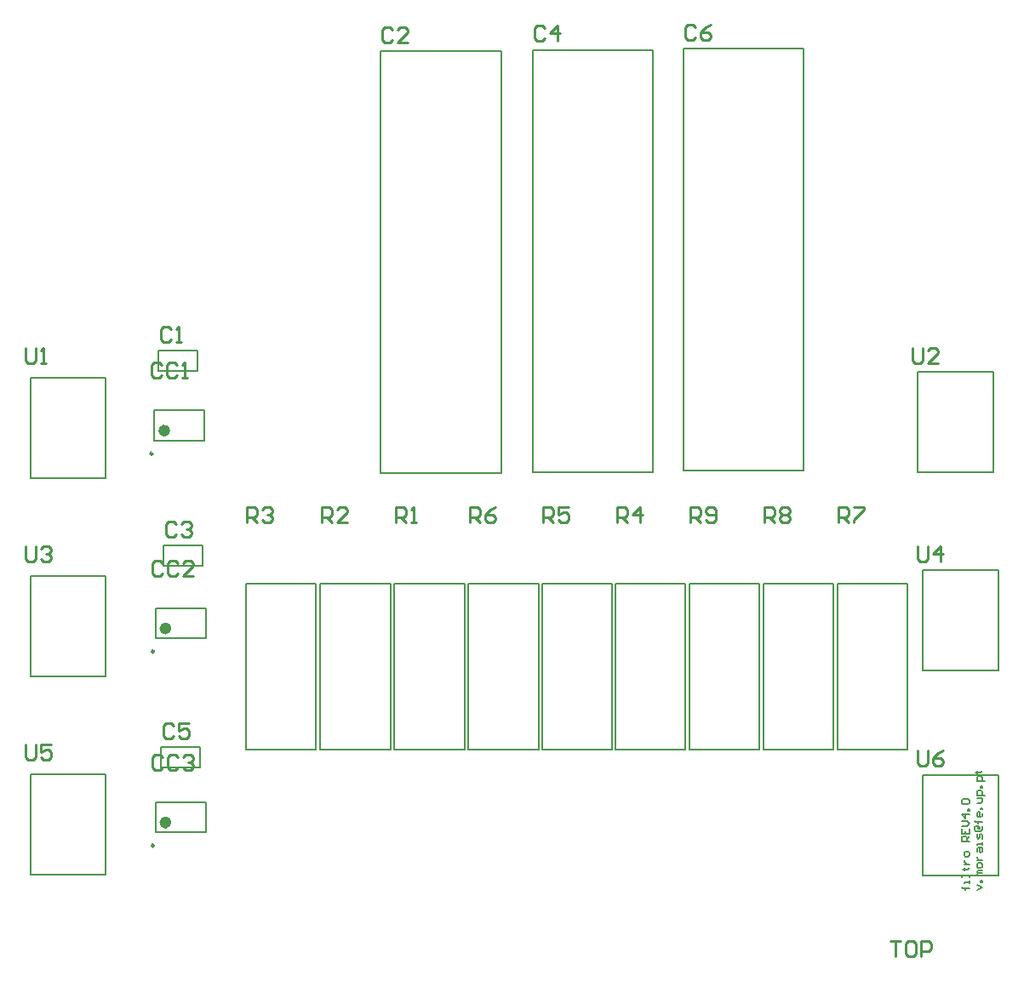
<source format=gbr>
G04 Layer_Color=65535*
%FSLAX26Y26*%
%MOIN*%
%TF.FileFunction,Legend,Top*%
%TF.Part,Single*%
G01*
G75*
%TA.AperFunction,NonConductor*%
%ADD20C,0.007874*%
%ADD21C,0.010000*%
%ADD29C,0.023622*%
%ADD30C,0.009842*%
%ADD31C,0.005000*%
%ADD32C,0.006000*%
D20*
X3477362Y-1872953D02*
Y-1479253D01*
X3772638Y-1872953D02*
Y-1479253D01*
X3477362Y-1872953D02*
X3772638D01*
X3477362Y-1479253D02*
X3772638D01*
X3497362Y-2650453D02*
Y-2256753D01*
X3792638Y-2650453D02*
Y-2256753D01*
X3497362Y-2650453D02*
X3792638D01*
X3497362Y-2256753D02*
X3792638D01*
X3497362Y-3451850D02*
Y-3058150D01*
X3792638Y-3451850D02*
Y-3058150D01*
X3497362Y-3451850D02*
X3792638D01*
X3497362Y-3058150D02*
X3792638D01*
X1120394Y-2959803D02*
Y-2310197D01*
X844803Y-2959803D02*
Y-2310197D01*
Y-2959803D02*
X1120394D01*
X844803Y-2310197D02*
X1120394D01*
X1412795Y-2959803D02*
Y-2310197D01*
X1137205Y-2959803D02*
Y-2310197D01*
Y-2959803D02*
X1412795D01*
X1137205Y-2310197D02*
X1412795D01*
X1702795Y-2959803D02*
Y-2310197D01*
X1427205Y-2959803D02*
Y-2310197D01*
Y-2959803D02*
X1702795D01*
X1427205Y-2310197D02*
X1702795D01*
X1373780Y-1876772D02*
X1846220D01*
X1373780Y-223228D02*
X1846220D01*
Y-1876780D02*
Y-223228D01*
X1373780Y-1876772D02*
Y-223228D01*
X1992795Y-2959803D02*
Y-2310197D01*
X1717205Y-2959803D02*
Y-2310197D01*
Y-2959803D02*
X1992795D01*
X1717205Y-2310197D02*
X1992795D01*
X2280394Y-2959803D02*
Y-2310197D01*
X2004803Y-2959803D02*
Y-2310197D01*
Y-2959803D02*
X2280394D01*
X2004803Y-2310197D02*
X2280394D01*
X2567795Y-2959803D02*
Y-2310197D01*
X2292205Y-2959803D02*
Y-2310197D01*
Y-2959803D02*
X2567795D01*
X2292205Y-2310197D02*
X2567795D01*
X1968780Y-1871772D02*
X2441220D01*
X1968780Y-218228D02*
X2441220D01*
Y-1871780D02*
Y-218228D01*
X1968780Y-1871772D02*
Y-218228D01*
X2857795Y-2959803D02*
Y-2310197D01*
X2582205Y-2959803D02*
Y-2310197D01*
Y-2959803D02*
X2857795D01*
X2582205Y-2310197D02*
X2857795D01*
X3147795Y-2959803D02*
Y-2310197D01*
X2872205Y-2959803D02*
Y-2310197D01*
Y-2959803D02*
X3147795D01*
X2872205Y-2310197D02*
X3147795D01*
X3437795Y-2959803D02*
Y-2310197D01*
X3162205Y-2959803D02*
Y-2310197D01*
Y-2959803D02*
X3437795D01*
X3162205Y-2310197D02*
X3437795D01*
X2558780Y-1866772D02*
X3031220D01*
X2558780Y-213228D02*
X3031220D01*
Y-1866780D02*
Y-213228D01*
X2558780Y-1866772D02*
Y-213228D01*
X683425Y-1749055D02*
Y-1630945D01*
X486575Y-1749055D02*
Y-1630945D01*
X683425D01*
X486575Y-1749055D02*
X683425D01*
X688425Y-2524055D02*
Y-2405945D01*
X491575Y-2524055D02*
Y-2405945D01*
X688425D01*
X491575Y-2524055D02*
X688425D01*
Y-3284291D02*
Y-3166181D01*
X491575Y-3284291D02*
Y-3166181D01*
X688425D01*
X491575Y-3284291D02*
X688425D01*
X297087Y-1895827D02*
Y-1502126D01*
X1811Y-1895827D02*
Y-1502126D01*
X297087D01*
X1811Y-1895827D02*
X297087D01*
Y-2673327D02*
Y-2279626D01*
X1811Y-2673327D02*
Y-2279626D01*
X297087D01*
X1811Y-2673327D02*
X297087D01*
Y-3450827D02*
Y-3057126D01*
X1811Y-3450827D02*
Y-3057126D01*
X297087D01*
X1811Y-3450827D02*
X297087D01*
D21*
X3456953Y-1385146D02*
Y-1435130D01*
X3466950Y-1445127D01*
X3486943D01*
X3496940Y-1435130D01*
Y-1385146D01*
X3556920Y-1445127D02*
X3516933D01*
X3556920Y-1405140D01*
Y-1395143D01*
X3546924Y-1385146D01*
X3526930D01*
X3516933Y-1395143D01*
X3476953Y-2162646D02*
Y-2212630D01*
X3486950Y-2222627D01*
X3506943D01*
X3516940Y-2212630D01*
Y-2162646D01*
X3566924Y-2222627D02*
Y-2162646D01*
X3536933Y-2192636D01*
X3576920D01*
X3476953Y-2964043D02*
Y-3014027D01*
X3486950Y-3024024D01*
X3506943D01*
X3516940Y-3014027D01*
Y-2964043D01*
X3576920D02*
X3556927Y-2974040D01*
X3536933Y-2994033D01*
Y-3014027D01*
X3546930Y-3024024D01*
X3566924D01*
X3576920Y-3014027D01*
Y-3004030D01*
X3566924Y-2994033D01*
X3536933D01*
X850953Y-2069024D02*
Y-2009043D01*
X880943D01*
X890940Y-2019040D01*
Y-2039034D01*
X880943Y-2049030D01*
X850953D01*
X870946D02*
X890940Y-2069024D01*
X910933Y-2019040D02*
X920930Y-2009043D01*
X940924D01*
X950920Y-2019040D01*
Y-2029037D01*
X940924Y-2039034D01*
X930927D01*
X940924D01*
X950920Y-2049030D01*
Y-2059027D01*
X940924Y-2069024D01*
X920930D01*
X910933Y-2059027D01*
X1143354Y-2069024D02*
Y-2009043D01*
X1173344D01*
X1183341Y-2019040D01*
Y-2039034D01*
X1173344Y-2049030D01*
X1143354D01*
X1163348D02*
X1183341Y-2069024D01*
X1243322D02*
X1203335D01*
X1243322Y-2029037D01*
Y-2019040D01*
X1233325Y-2009043D01*
X1213332D01*
X1203335Y-2019040D01*
X1433354Y-2069024D02*
Y-2009043D01*
X1463344D01*
X1473341Y-2019040D01*
Y-2039034D01*
X1463344Y-2049030D01*
X1433354D01*
X1453348D02*
X1473341Y-2069024D01*
X1493335D02*
X1513328D01*
X1503332D01*
Y-2009043D01*
X1493335Y-2019040D01*
X1419940Y-139040D02*
X1409943Y-129043D01*
X1389949D01*
X1379953Y-139040D01*
Y-179027D01*
X1389949Y-189024D01*
X1409943D01*
X1419940Y-179027D01*
X1479920Y-189024D02*
X1439933D01*
X1479920Y-149037D01*
Y-139040D01*
X1469924Y-129043D01*
X1449930D01*
X1439933Y-139040D01*
X1723354Y-2069024D02*
Y-2009043D01*
X1753344D01*
X1763341Y-2019040D01*
Y-2039034D01*
X1753344Y-2049030D01*
X1723354D01*
X1743348D02*
X1763341Y-2069024D01*
X1823322Y-2009043D02*
X1803328Y-2019040D01*
X1783335Y-2039034D01*
Y-2059027D01*
X1793332Y-2069024D01*
X1813325D01*
X1823322Y-2059027D01*
Y-2049030D01*
X1813325Y-2039034D01*
X1783335D01*
X2010953Y-2069024D02*
Y-2009043D01*
X2040943D01*
X2050940Y-2019040D01*
Y-2039033D01*
X2040943Y-2049030D01*
X2010953D01*
X2030946D02*
X2050940Y-2069024D01*
X2110920Y-2009043D02*
X2070933D01*
Y-2039033D01*
X2090927Y-2029037D01*
X2100924D01*
X2110920Y-2039033D01*
Y-2059027D01*
X2100924Y-2069024D01*
X2080930D01*
X2070933Y-2059027D01*
X2298354Y-2069024D02*
Y-2009043D01*
X2328345D01*
X2338341Y-2019040D01*
Y-2039034D01*
X2328345Y-2049030D01*
X2298354D01*
X2318348D02*
X2338341Y-2069024D01*
X2388325D02*
Y-2009043D01*
X2358335Y-2039034D01*
X2398322D01*
X2014940Y-134040D02*
X2004943Y-124043D01*
X1984949D01*
X1974953Y-134040D01*
Y-174027D01*
X1984949Y-184024D01*
X2004943D01*
X2014940Y-174027D01*
X2064924Y-184024D02*
Y-124043D01*
X2034933Y-154033D01*
X2074920D01*
X2587905Y-2069047D02*
Y-2009067D01*
X2617896D01*
X2627892Y-2019064D01*
Y-2039057D01*
X2617896Y-2049054D01*
X2587905D01*
X2607899D02*
X2627892Y-2069047D01*
X2647886Y-2059051D02*
X2657883Y-2069047D01*
X2677876D01*
X2687873Y-2059051D01*
Y-2019064D01*
X2677876Y-2009067D01*
X2657883D01*
X2647886Y-2019064D01*
Y-2029060D01*
X2657883Y-2039057D01*
X2687873D01*
X2877905Y-2069047D02*
Y-2009067D01*
X2907896D01*
X2917892Y-2019064D01*
Y-2039057D01*
X2907896Y-2049054D01*
X2877905D01*
X2897899D02*
X2917892Y-2069047D01*
X2937886Y-2019064D02*
X2947883Y-2009067D01*
X2967876D01*
X2977873Y-2019064D01*
Y-2029060D01*
X2967876Y-2039057D01*
X2977873Y-2049054D01*
Y-2059051D01*
X2967876Y-2069047D01*
X2947883D01*
X2937886Y-2059051D01*
Y-2049054D01*
X2947883Y-2039057D01*
X2937886Y-2029060D01*
Y-2019064D01*
X2947883Y-2039057D02*
X2967876D01*
X3167905Y-2069047D02*
Y-2009067D01*
X3197896D01*
X3207892Y-2019064D01*
Y-2039057D01*
X3197896Y-2049054D01*
X3167905D01*
X3187899D02*
X3207892Y-2069047D01*
X3227886Y-2009067D02*
X3267873D01*
Y-2019064D01*
X3227886Y-2059051D01*
Y-2069047D01*
X2604940Y-129040D02*
X2594943Y-119043D01*
X2574950D01*
X2564953Y-129040D01*
Y-169027D01*
X2574950Y-179024D01*
X2594943D01*
X2604940Y-169027D01*
X2664920Y-119043D02*
X2644927Y-129040D01*
X2624933Y-149033D01*
Y-169027D01*
X2634930Y-179024D01*
X2654924D01*
X2664920Y-169027D01*
Y-159030D01*
X2654924Y-149033D01*
X2624933D01*
X551940Y-1312040D02*
X541943Y-1302043D01*
X521949D01*
X511953Y-1312040D01*
Y-1352027D01*
X521949Y-1362024D01*
X541943D01*
X551940Y-1352027D01*
X571933Y-1362024D02*
X591927D01*
X581930D01*
Y-1302043D01*
X571933Y-1312040D01*
X571940Y-2077040D02*
X561943Y-2067043D01*
X541949D01*
X531953Y-2077040D01*
Y-2117027D01*
X541949Y-2127024D01*
X561943D01*
X571940Y-2117027D01*
X591933Y-2077040D02*
X601930Y-2067043D01*
X621924D01*
X631920Y-2077040D01*
Y-2087037D01*
X621924Y-2097033D01*
X611927D01*
X621924D01*
X631920Y-2107030D01*
Y-2117027D01*
X621924Y-2127024D01*
X601930D01*
X591933Y-2117027D01*
X561940Y-2867040D02*
X551943Y-2857043D01*
X531949D01*
X521953Y-2867040D01*
Y-2907027D01*
X531949Y-2917024D01*
X551943D01*
X561940Y-2907027D01*
X621920Y-2857043D02*
X581933D01*
Y-2887033D01*
X601927Y-2877037D01*
X611924D01*
X621920Y-2887033D01*
Y-2907027D01*
X611924Y-2917024D01*
X591930D01*
X581933Y-2907027D01*
X515940Y-1454040D02*
X505943Y-1444043D01*
X485950D01*
X475953Y-1454040D01*
Y-1494027D01*
X485950Y-1504024D01*
X505943D01*
X515940Y-1494027D01*
X575920Y-1454040D02*
X565924Y-1444043D01*
X545930D01*
X535933Y-1454040D01*
Y-1494027D01*
X545930Y-1504024D01*
X565924D01*
X575920Y-1494027D01*
X595914Y-1504024D02*
X615907D01*
X605911D01*
Y-1444043D01*
X595914Y-1454040D01*
X520940Y-2229040D02*
X510943Y-2219043D01*
X490950D01*
X480953Y-2229040D01*
Y-2269027D01*
X490950Y-2279024D01*
X510943D01*
X520940Y-2269027D01*
X580920Y-2229040D02*
X570924Y-2219043D01*
X550930D01*
X540933Y-2229040D01*
Y-2269027D01*
X550930Y-2279024D01*
X570924D01*
X580920Y-2269027D01*
X640901Y-2279024D02*
X600914D01*
X640901Y-2239037D01*
Y-2229040D01*
X630904Y-2219043D01*
X610911D01*
X600914Y-2229040D01*
X520940Y-2990040D02*
X510943Y-2980043D01*
X490950D01*
X480953Y-2990040D01*
Y-3030027D01*
X490950Y-3040024D01*
X510943D01*
X520940Y-3030027D01*
X580920Y-2990040D02*
X570924Y-2980043D01*
X550930D01*
X540933Y-2990040D01*
Y-3030027D01*
X550930Y-3040024D01*
X570924D01*
X580920Y-3030027D01*
X600914Y-2990040D02*
X610911Y-2980043D01*
X630904D01*
X640901Y-2990040D01*
Y-3000037D01*
X630904Y-3010033D01*
X620907D01*
X630904D01*
X640901Y-3020030D01*
Y-3030027D01*
X630904Y-3040024D01*
X610911D01*
X600914Y-3030027D01*
X-16599Y-1385594D02*
Y-1435578D01*
X-6602Y-1445575D01*
X13392D01*
X23389Y-1435578D01*
Y-1385594D01*
X43382Y-1445575D02*
X63376D01*
X53379D01*
Y-1385594D01*
X43382Y-1395591D01*
X-16599Y-2163094D02*
Y-2213078D01*
X-6602Y-2223075D01*
X13392D01*
X23389Y-2213078D01*
Y-2163094D01*
X43382Y-2173091D02*
X53379Y-2163094D01*
X73372D01*
X83369Y-2173091D01*
Y-2183088D01*
X73372Y-2193085D01*
X63376D01*
X73372D01*
X83369Y-2203081D01*
Y-2213078D01*
X73372Y-2223075D01*
X53379D01*
X43382Y-2213078D01*
X-16599Y-2940594D02*
Y-2990578D01*
X-6602Y-3000575D01*
X13392D01*
X23389Y-2990578D01*
Y-2940594D01*
X83369D02*
X43382D01*
Y-2970585D01*
X63376Y-2960588D01*
X73372D01*
X83369Y-2970585D01*
Y-2990578D01*
X73372Y-3000575D01*
X53379D01*
X43382Y-2990578D01*
X3370000Y-3709547D02*
X3409987D01*
X3389994D01*
Y-3769528D01*
X3459971Y-3709547D02*
X3439977D01*
X3429981Y-3719544D01*
Y-3759531D01*
X3439977Y-3769528D01*
X3459971D01*
X3469968Y-3759531D01*
Y-3719544D01*
X3459971Y-3709547D01*
X3489961Y-3769528D02*
Y-3709547D01*
X3519952D01*
X3529948Y-3719544D01*
Y-3739537D01*
X3519952Y-3749534D01*
X3489961D01*
D29*
X537756Y-1709685D02*
G03*
X537756Y-1709685I-11811J0D01*
G01*
X542756Y-2484685D02*
G03*
X542756Y-2484685I-11811J0D01*
G01*
Y-3244921D02*
G03*
X542756Y-3244921I-11811J0D01*
G01*
D30*
X480473Y-1800236D02*
G03*
X480473Y-1800236I-4921J0D01*
G01*
X485473Y-2575236D02*
G03*
X485473Y-2575236I-4921J0D01*
G01*
Y-3335472D02*
G03*
X485473Y-3335472I-4921J0D01*
G01*
D31*
X655950Y-1475500D02*
Y-1394500D01*
X504050D02*
X655950D01*
X504050Y-1475500D02*
X655950D01*
X504050D02*
Y-1394500D01*
X675950Y-2240500D02*
Y-2159500D01*
X524050D02*
X675950D01*
X524050Y-2240500D02*
X675950D01*
X524050D02*
Y-2159500D01*
X665950Y-3030500D02*
Y-2949500D01*
X514050D02*
X665950D01*
X514050Y-3030500D02*
X665950D01*
X514050D02*
Y-2949500D01*
D32*
X3678615Y-3503529D02*
X3653623D01*
X3663620D01*
Y-3508528D01*
Y-3498531D01*
Y-3503529D01*
X3653623D01*
X3648624Y-3498531D01*
X3678615Y-3483536D02*
Y-3473539D01*
Y-3478537D01*
X3658621D01*
Y-3483536D01*
X3678615Y-3458544D02*
Y-3448547D01*
Y-3453545D01*
X3648624D01*
Y-3458544D01*
X3653623Y-3428553D02*
X3658621D01*
Y-3433552D01*
Y-3423555D01*
Y-3428553D01*
X3673616D01*
X3678615Y-3423555D01*
X3658621Y-3408560D02*
X3678615D01*
X3668618D01*
X3663620Y-3403561D01*
X3658621Y-3398563D01*
Y-3393565D01*
X3678615Y-3373571D02*
Y-3363574D01*
X3673616Y-3358576D01*
X3663620D01*
X3658621Y-3363574D01*
Y-3373571D01*
X3663620Y-3378570D01*
X3673616D01*
X3678615Y-3373571D01*
Y-3318589D02*
X3648624D01*
Y-3303594D01*
X3653623Y-3298595D01*
X3663620D01*
X3668618Y-3303594D01*
Y-3318589D01*
Y-3308592D02*
X3678615Y-3298595D01*
X3648624Y-3268605D02*
Y-3288599D01*
X3678615D01*
Y-3268605D01*
X3663620Y-3288599D02*
Y-3278602D01*
X3648624Y-3258608D02*
X3668618D01*
X3678615Y-3248612D01*
X3668618Y-3238615D01*
X3648624D01*
X3678615Y-3213623D02*
X3648624D01*
X3663620Y-3228618D01*
Y-3208625D01*
X3678615Y-3198628D02*
X3673616D01*
Y-3193629D01*
X3678615D01*
Y-3198628D01*
X3653623Y-3173636D02*
X3648624Y-3168637D01*
Y-3158641D01*
X3653623Y-3153642D01*
X3673616D01*
X3678615Y-3158641D01*
Y-3168637D01*
X3673616Y-3173636D01*
X3653623D01*
X3709010Y-3508528D02*
X3729003Y-3498531D01*
X3709010Y-3488534D01*
X3729003Y-3478537D02*
X3724005D01*
Y-3473539D01*
X3729003D01*
Y-3478537D01*
Y-3453545D02*
X3709010D01*
Y-3448547D01*
X3714008Y-3443548D01*
X3729003D01*
X3714008D01*
X3709010Y-3438550D01*
X3714008Y-3433552D01*
X3729003D01*
Y-3418557D02*
Y-3408560D01*
X3724005Y-3403561D01*
X3714008D01*
X3709010Y-3408560D01*
Y-3418557D01*
X3714008Y-3423555D01*
X3724005D01*
X3729003Y-3418557D01*
X3709010Y-3393565D02*
X3729003D01*
X3719006D01*
X3714008Y-3388566D01*
X3709010Y-3383568D01*
Y-3378570D01*
Y-3358576D02*
Y-3348579D01*
X3714008Y-3343581D01*
X3729003D01*
Y-3358576D01*
X3724005Y-3363574D01*
X3719006Y-3358576D01*
Y-3343581D01*
X3729003Y-3333584D02*
Y-3323587D01*
Y-3328586D01*
X3709010D01*
Y-3333584D01*
X3729003Y-3308592D02*
Y-3293597D01*
X3724005Y-3288599D01*
X3719006Y-3293597D01*
Y-3303594D01*
X3714008Y-3308592D01*
X3709010Y-3303594D01*
Y-3288599D01*
X3719006Y-3263607D02*
X3714008D01*
Y-3268605D01*
X3719006D01*
Y-3263607D01*
X3714008Y-3258608D01*
X3704011D01*
X3699013Y-3263607D01*
Y-3273604D01*
X3704011Y-3278602D01*
X3724005D01*
X3729003Y-3273604D01*
Y-3258608D01*
Y-3243613D02*
X3704011D01*
X3714008D01*
Y-3248612D01*
Y-3238615D01*
Y-3243613D01*
X3704011D01*
X3699013Y-3238615D01*
X3729003Y-3208624D02*
Y-3218621D01*
X3724005Y-3223620D01*
X3714008D01*
X3709010Y-3218621D01*
Y-3208624D01*
X3714008Y-3203626D01*
X3719006D01*
Y-3223620D01*
X3729003Y-3193629D02*
X3724005D01*
Y-3188631D01*
X3729003D01*
Y-3193629D01*
X3709010Y-3168637D02*
X3724005D01*
X3729003Y-3163639D01*
Y-3148644D01*
X3709010D01*
X3739000Y-3138647D02*
X3709010D01*
Y-3123652D01*
X3714008Y-3118654D01*
X3724005D01*
X3729003Y-3123652D01*
Y-3138647D01*
Y-3108657D02*
X3724005D01*
Y-3103659D01*
X3729003D01*
Y-3108657D01*
X3739000Y-3083665D02*
X3709010D01*
Y-3068670D01*
X3714008Y-3063671D01*
X3724005D01*
X3729003Y-3068670D01*
Y-3083665D01*
X3704011Y-3048676D02*
X3709010D01*
Y-3053675D01*
Y-3043678D01*
Y-3048676D01*
X3724005D01*
X3729003Y-3043678D01*
%TF.MD5,e58b57306b94d214fad07079419c76ec*%
M02*

</source>
